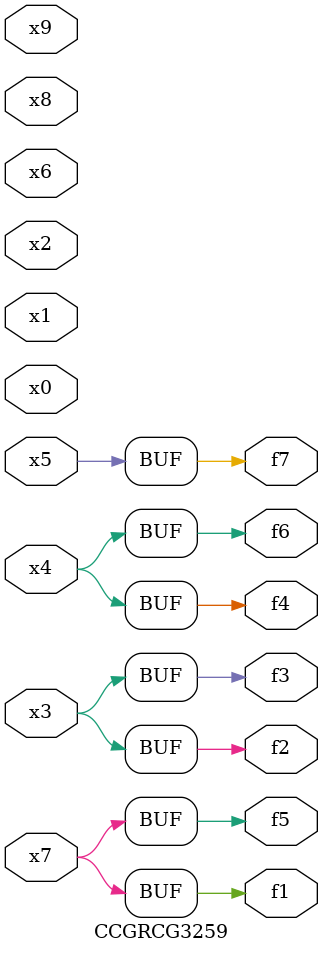
<source format=v>
module CCGRCG3259(
	input x0, x1, x2, x3, x4, x5, x6, x7, x8, x9,
	output f1, f2, f3, f4, f5, f6, f7
);
	assign f1 = x7;
	assign f2 = x3;
	assign f3 = x3;
	assign f4 = x4;
	assign f5 = x7;
	assign f6 = x4;
	assign f7 = x5;
endmodule

</source>
